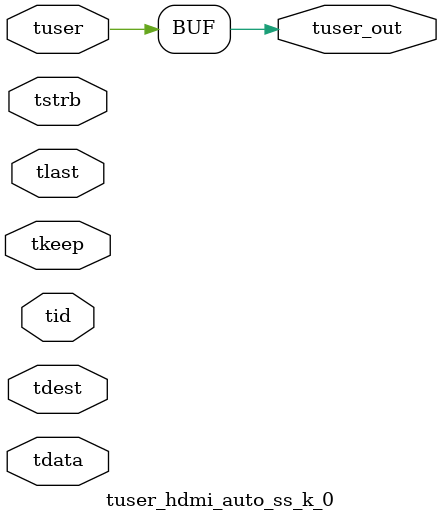
<source format=v>


`timescale 1ps/1ps

module tuser_hdmi_auto_ss_k_0 #
(
parameter C_S_AXIS_TUSER_WIDTH = 1,
parameter C_S_AXIS_TDATA_WIDTH = 32,
parameter C_S_AXIS_TID_WIDTH   = 0,
parameter C_S_AXIS_TDEST_WIDTH = 0,
parameter C_M_AXIS_TUSER_WIDTH = 1
)
(
input  [(C_S_AXIS_TUSER_WIDTH == 0 ? 1 : C_S_AXIS_TUSER_WIDTH)-1:0     ] tuser,
input  [(C_S_AXIS_TDATA_WIDTH == 0 ? 1 : C_S_AXIS_TDATA_WIDTH)-1:0     ] tdata,
input  [(C_S_AXIS_TID_WIDTH   == 0 ? 1 : C_S_AXIS_TID_WIDTH)-1:0       ] tid,
input  [(C_S_AXIS_TDEST_WIDTH == 0 ? 1 : C_S_AXIS_TDEST_WIDTH)-1:0     ] tdest,
input  [(C_S_AXIS_TDATA_WIDTH/8)-1:0 ] tkeep,
input  [(C_S_AXIS_TDATA_WIDTH/8)-1:0 ] tstrb,
input                                                                    tlast,
output [C_M_AXIS_TUSER_WIDTH-1:0] tuser_out
);

assign tuser_out = {tuser[0:0]};

endmodule


</source>
